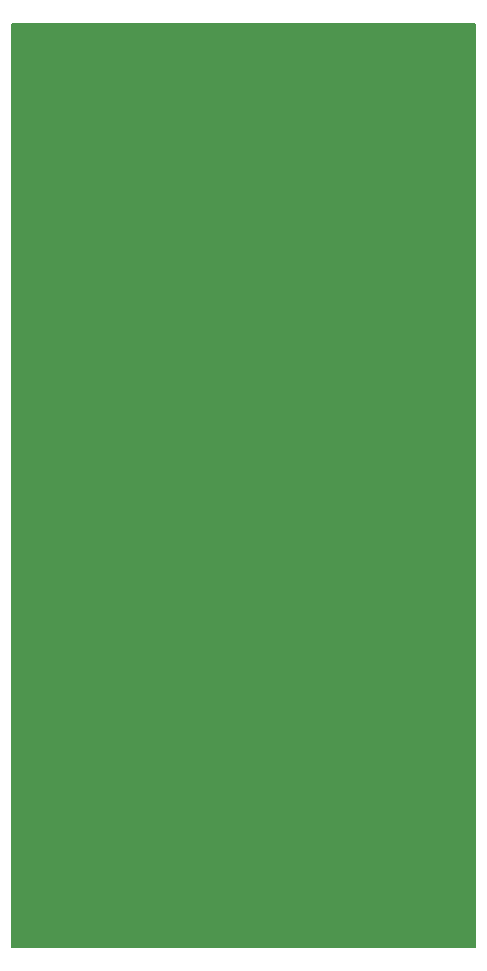
<source format=gbr>
%TF.GenerationSoftware,KiCad,Pcbnew,7.0.5*%
%TF.CreationDate,2023-07-07T20:16:54+02:00*%
%TF.ProjectId,78_1x39_1mm Solr tile,37382c31-7833-4392-9c31-6d6d20536f6c,rev?*%
%TF.SameCoordinates,Original*%
%TF.FileFunction,Legend,Top*%
%TF.FilePolarity,Positive*%
%FSLAX46Y46*%
G04 Gerber Fmt 4.6, Leading zero omitted, Abs format (unit mm)*
G04 Created by KiCad (PCBNEW 7.0.5) date 2023-07-07 20:16:54*
%MOMM*%
%LPD*%
G01*
G04 APERTURE LIST*
%ADD10C,0.150000*%
%ADD11C,0.120000*%
%ADD12C,0.050000*%
G04 APERTURE END LIST*
D10*
X16280000Y-19170000D02*
X55400000Y-19170000D01*
X55400000Y-97350000D01*
X16280000Y-97350000D01*
X16280000Y-19170000D01*
G36*
X16280000Y-19170000D02*
G01*
X55400000Y-19170000D01*
X55400000Y-97350000D01*
X16280000Y-97350000D01*
X16280000Y-19170000D01*
G37*
D11*
%TO.C,REF\u002A\u002A*%
X47300000Y-83150000D02*
X49700000Y-83150000D01*
X47300000Y-85550000D02*
X47300000Y-83150000D01*
X49700000Y-83150000D02*
X49700000Y-85550000D01*
X49700000Y-85550000D02*
X47300000Y-85550000D01*
X47370000Y-48420000D02*
X49770000Y-48420000D01*
X47370000Y-50820000D02*
X47370000Y-48420000D01*
X49770000Y-48420000D02*
X49770000Y-50820000D01*
X49770000Y-50820000D02*
X47370000Y-50820000D01*
X47350000Y-65830000D02*
X49750000Y-65830000D01*
X47350000Y-68230000D02*
X47350000Y-65830000D01*
X49750000Y-65830000D02*
X49750000Y-68230000D01*
X49750000Y-68230000D02*
X47350000Y-68230000D01*
D12*
X16280000Y-19170000D02*
X55400000Y-19170000D01*
X55400000Y-19170000D02*
X55400000Y-97350000D01*
X55400000Y-97350000D02*
X16280000Y-97350000D01*
X16280000Y-97350000D02*
X16280000Y-19170000D01*
D11*
X47310000Y-31180000D02*
X49710000Y-31180000D01*
X47310000Y-33580000D02*
X47310000Y-31180000D01*
X49710000Y-31180000D02*
X49710000Y-33580000D01*
X49710000Y-33580000D02*
X47310000Y-33580000D01*
%TD*%
M02*

</source>
